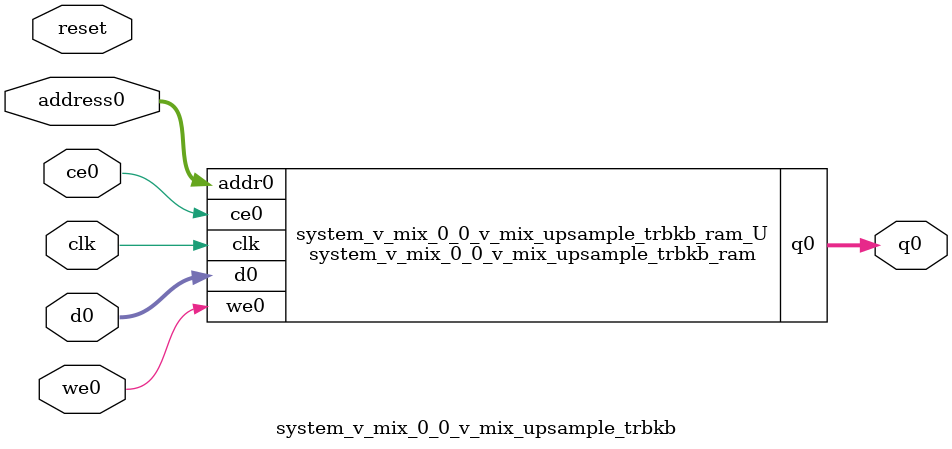
<source format=v>
`timescale 1 ns / 1 ps
module system_v_mix_0_0_v_mix_upsample_trbkb_ram (addr0, ce0, d0, we0, q0,  clk);

parameter DWIDTH = 24;
parameter AWIDTH = 11;
parameter MEM_SIZE = 2048;

input[AWIDTH-1:0] addr0;
input ce0;
input[DWIDTH-1:0] d0;
input we0;
output reg[DWIDTH-1:0] q0;
input clk;

(* ram_style = "block" *)reg [DWIDTH-1:0] ram[0:MEM_SIZE-1];




always @(posedge clk)  
begin 
    if (ce0) begin
        if (we0) 
            ram[addr0] <= d0; 
        q0 <= ram[addr0];
    end
end


endmodule

`timescale 1 ns / 1 ps
module system_v_mix_0_0_v_mix_upsample_trbkb(
    reset,
    clk,
    address0,
    ce0,
    we0,
    d0,
    q0);

parameter DataWidth = 32'd24;
parameter AddressRange = 32'd2048;
parameter AddressWidth = 32'd11;
input reset;
input clk;
input[AddressWidth - 1:0] address0;
input ce0;
input we0;
input[DataWidth - 1:0] d0;
output[DataWidth - 1:0] q0;



system_v_mix_0_0_v_mix_upsample_trbkb_ram system_v_mix_0_0_v_mix_upsample_trbkb_ram_U(
    .clk( clk ),
    .addr0( address0 ),
    .ce0( ce0 ),
    .we0( we0 ),
    .d0( d0 ),
    .q0( q0 ));

endmodule


</source>
